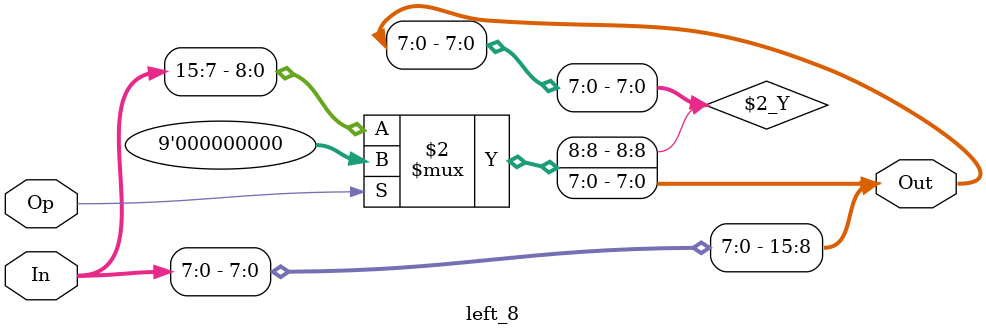
<source format=v>
/*
    shift left/rotate left 8 bit
 */
module left_8 (In, Op, Out);
    parameter   N = 16;
    
    input [N-1:0]  In;
    input Op;
    output [N-1:0] Out;
    
    assign Out[7:0] = Op ? 8'b0 : In[15:7];
    assign Out[15:8] = In[7:0];
endmodule
</source>
